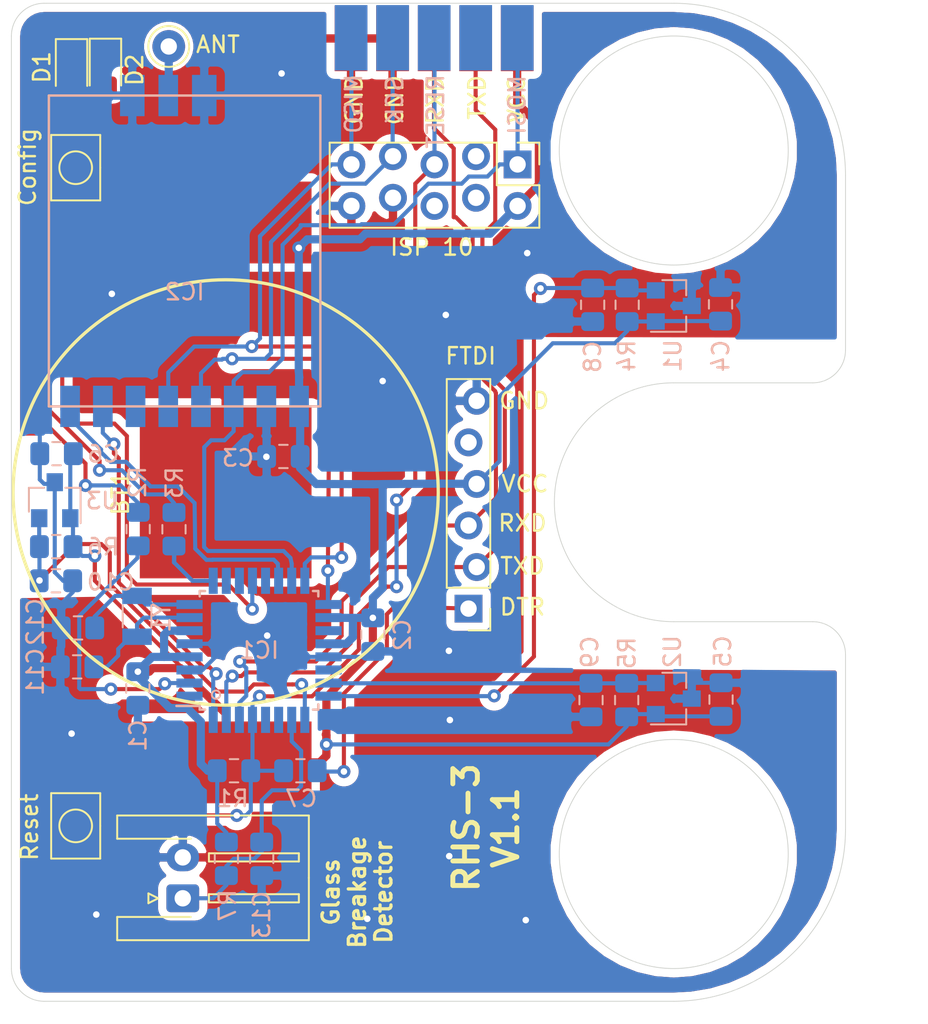
<source format=kicad_pcb>
(kicad_pcb (version 20171130) (host pcbnew "(5.1.5)-3")
  (layers (0 F.Cu signal) (31 B.Cu signal) (34 B.Paste user) (35 F.Paste user) (36 B.SilkS user) (37 F.SilkS user) (38 B.Mask user) (39 F.Mask user) (44 Edge.Cuts user))
  (net 0 "")
  (net 1 VCC)
  (net 2 GND)
  (net 3 "Net-(D1-Pad2)")
  (net 4 "Net-(D2-Pad2)")
  (net 5 /D3)
  (net 6 "Net-(IC1-Pad2)")
  (net 7 /XTAL1)
  (net 8 /XTAL2)
  (net 9 "Net-(IC1-Pad9)")
  (net 10 /D6)
  (net 11 "Net-(IC1-Pad11)")
  (net 12 "Net-(IC1-Pad12)")
  (net 13 "Net-(IC1-Pad13)")
  (net 14 "Net-(IC1-Pad14)")
  (net 15 /MOSI)
  (net 16 /MISO)
  (net 17 /SCK)
  (net 18 "Net-(IC1-Pad19)")
  (net 19 "Net-(IC1-Pad22)")
  (net 20 /A0)
  (net 21 /A1)
  (net 22 /A2)
  (net 23 /A3)
  (net 24 /A4)
  (net 25 /A5)
  (net 26 /RESET)
  (net 27 /RXD)
  (net 28 /TXD)
  (net 29 "Net-(IC1-Pad32)")
  (net 30 "Net-(IC2-Pad6)")
  (net 31 "Net-(IC2-Pad9)")
  (net 32 "Net-(P4-Pad4)")
  (net 33 "Net-(C7-Pad1)")
  (net 34 "Net-(P6-Pad5)")
  (net 35 "Net-(P7-Pad3)")
  (net 36 "Net-(P7-Pad4)")
  (net 37 "Net-(P7-Pad6)")
  (module Connector_JST:JST_XH_S2B-XH-A-1_1x02_P2.50mm_Horizontal (layer F.Cu) (at 69.977 124.206 90)
    (fp_text reference J1 hide)
    (fp_text value "Glass Breakage Detector" hide)
    (pad 2 thru_hole oval (at 2.5 0 90) (size 1.7 2) (drill 1) (layers *.Cu *.Mask) (net 2 GND))
    (pad 1 thru_hole roundrect (at 0 0 90) (size 1.7 2) (drill 1) (layers *.Cu *.Mask) (roundrect_rratio 0.147059) (net 23 /A3))
  )
  (module Resistor_SMD:R_0805_2012Metric_Pad1.15x1.40mm_HandSolder (layer B.Cu) (at 73.11 116.41)
    (fp_text reference R1 (at -0.085 1.7 180) (layer B.SilkS) (effects (justify mirror)))
    (fp_text value 10k)
    (pad 2 smd roundrect (at 1.025 0) (size 1.15 1.4) (layers B.Cu B.Paste B.Mask) (roundrect_rratio 0.217391) (net 26 /RESET))
    (pad 1 smd roundrect (at -1.025 0) (size 1.15 1.4) (layers B.Cu B.Paste B.Mask) (roundrect_rratio 0.217391) (net 1 VCC))
  )
  (module Capacitor_SMD:C_0805_2012Metric_Pad1.15x1.40mm_HandSolder (layer B.Cu) (at 63.52 110.06 180)
    (fp_text reference C11 (at 2.56 -0.303 270) (layer B.SilkS) (effects (justify mirror)))
    (fp_text value 9p)
    (pad 2 smd roundrect (at 1.025 0 180) (size 1.15 1.4) (layers B.Cu B.Paste B.Mask) (roundrect_rratio 0.217391) (net 2 GND))
    (pad 1 smd roundrect (at -1.025 0 180) (size 1.15 1.4) (layers B.Cu B.Paste B.Mask) (roundrect_rratio 0.217391) (net 7 /XTAL1))
  )
  (module libraries:CR2477_Surface_Mount (layer F.Cu) (at 72.6 99.4 270)
    (fp_text reference BT1 (at 0.041 6.433 90) (layer F.SilkS))
    (fp_text value Battery)
    (pad 1 smd rect (at 16.5 0 270) (size 5 10.5) (layers F.Cu F.Paste F.Mask) (net 1 VCC))
    (pad 1 smd rect (at -16.5 0 270) (size 5 10.5) (layers F.Cu F.Paste F.Mask) (net 1 VCC))
    (pad 2 smd rect (at 0 0 270) (size 10.5 10.5) (layers F.Cu F.Paste F.Mask) (net 2 GND))
  )
  (module Resistor_SMD:R_0805_2012Metric_Pad1.15x1.40mm_HandSolder (layer B.Cu) (at 62.24 102.71 180)
    (fp_text reference R6 (at -2.87 -0.02) (layer B.SilkS) (effects (justify mirror)))
    (fp_text value 1M)
    (pad 2 smd roundrect (at 1.025 0 180) (size 1.15 1.4) (layers B.Cu B.Paste B.Mask) (roundrect_rratio 0.217391) (net 22 /A2))
    (pad 1 smd roundrect (at -1.025 0 180) (size 1.15 1.4) (layers B.Cu B.Paste B.Mask) (roundrect_rratio 0.217391) (net 1 VCC))
  )
  (module Capacitor_SMD:C_0805_2012Metric_Pad1.15x1.40mm_HandSolder (layer B.Cu) (at 62.22 104.8)
    (fp_text reference C10 (at 3.36 0.08 180) (layer B.SilkS) (effects (justify mirror)))
    (fp_text value 10p)
    (pad 1 smd roundrect (at -1.025 0) (size 1.15 1.4) (layers B.Cu B.Paste B.Mask) (roundrect_rratio 0.217391) (net 22 /A2))
    (pad 2 smd roundrect (at 1.025 0) (size 1.15 1.4) (layers B.Cu B.Paste B.Mask) (roundrect_rratio 0.217391) (net 2 GND))
  )
  (module Package_QFP:TQFP-32_7x7mm_P0.8mm (layer B.Cu) (at 74.64 109.05)
    (fp_text reference IC1 (at 0 0) (layer B.SilkS) (effects (justify mirror)))
    (fp_text value ATMEGA328P-A)
    (pad 1 smd rect (at -4.25 2.8) (size 1.6 0.55) (layers B.Cu B.Paste B.Mask) (net 5 /D3))
    (pad 2 smd rect (at -4.25 2) (size 1.6 0.55) (layers B.Cu B.Paste B.Mask) (net 6 "Net-(IC1-Pad2)"))
    (pad 3 smd rect (at -4.25 1.2) (size 1.6 0.55) (layers B.Cu B.Paste B.Mask) (net 2 GND))
    (pad 4 smd rect (at -4.25 0.4) (size 1.6 0.55) (layers B.Cu B.Paste B.Mask) (net 1 VCC))
    (pad 5 smd rect (at -4.25 -0.4) (size 1.6 0.55) (layers B.Cu B.Paste B.Mask) (net 2 GND))
    (pad 6 smd rect (at -4.25 -1.2) (size 1.6 0.55) (layers B.Cu B.Paste B.Mask) (net 1 VCC))
    (pad 7 smd rect (at -4.25 -2) (size 1.6 0.55) (layers B.Cu B.Paste B.Mask) (net 7 /XTAL1))
    (pad 8 smd rect (at -4.25 -2.8) (size 1.6 0.55) (layers B.Cu B.Paste B.Mask) (net 8 /XTAL2))
    (pad 9 smd rect (at -2.8 -4.25 270) (size 1.6 0.55) (layers B.Cu B.Paste B.Mask) (net 9 "Net-(IC1-Pad9)"))
    (pad 10 smd rect (at -2 -4.25 270) (size 1.6 0.55) (layers B.Cu B.Paste B.Mask) (net 10 /D6))
    (pad 11 smd rect (at -1.2 -4.25 270) (size 1.6 0.55) (layers B.Cu B.Paste B.Mask) (net 11 "Net-(IC1-Pad11)"))
    (pad 12 smd rect (at -0.4 -4.25 270) (size 1.6 0.55) (layers B.Cu B.Paste B.Mask) (net 12 "Net-(IC1-Pad12)"))
    (pad 13 smd rect (at 0.4 -4.25 270) (size 1.6 0.55) (layers B.Cu B.Paste B.Mask) (net 13 "Net-(IC1-Pad13)"))
    (pad 14 smd rect (at 1.2 -4.25 270) (size 1.6 0.55) (layers B.Cu B.Paste B.Mask) (net 14 "Net-(IC1-Pad14)"))
    (pad 15 smd rect (at 2 -4.25 270) (size 1.6 0.55) (layers B.Cu B.Paste B.Mask) (net 15 /MOSI))
    (pad 16 smd rect (at 2.8 -4.25 270) (size 1.6 0.55) (layers B.Cu B.Paste B.Mask) (net 16 /MISO))
    (pad 17 smd rect (at 4.25 -2.8) (size 1.6 0.55) (layers B.Cu B.Paste B.Mask) (net 17 /SCK))
    (pad 18 smd rect (at 4.25 -2) (size 1.6 0.55) (layers B.Cu B.Paste B.Mask) (net 1 VCC))
    (pad 19 smd rect (at 4.25 -1.2) (size 1.6 0.55) (layers B.Cu B.Paste B.Mask) (net 18 "Net-(IC1-Pad19)"))
    (pad 20 smd rect (at 4.25 -0.4) (size 1.6 0.55) (layers B.Cu B.Paste B.Mask) (net 1 VCC))
    (pad 21 smd rect (at 4.25 0.4) (size 1.6 0.55) (layers B.Cu B.Paste B.Mask) (net 2 GND))
    (pad 22 smd rect (at 4.25 1.2) (size 1.6 0.55) (layers B.Cu B.Paste B.Mask) (net 19 "Net-(IC1-Pad22)"))
    (pad 23 smd rect (at 4.25 2) (size 1.6 0.55) (layers B.Cu B.Paste B.Mask) (net 20 /A0))
    (pad 24 smd rect (at 4.25 2.8) (size 1.6 0.55) (layers B.Cu B.Paste B.Mask) (net 21 /A1))
    (pad 25 smd rect (at 2.8 4.25 270) (size 1.6 0.55) (layers B.Cu B.Paste B.Mask) (net 22 /A2))
    (pad 26 smd rect (at 2 4.25 270) (size 1.6 0.55) (layers B.Cu B.Paste B.Mask) (net 23 /A3))
    (pad 27 smd rect (at 1.2 4.25 270) (size 1.6 0.55) (layers B.Cu B.Paste B.Mask) (net 24 /A4))
    (pad 28 smd rect (at 0.4 4.25 270) (size 1.6 0.55) (layers B.Cu B.Paste B.Mask) (net 25 /A5))
    (pad 29 smd rect (at -0.4 4.25 270) (size 1.6 0.55) (layers B.Cu B.Paste B.Mask) (net 26 /RESET))
    (pad 30 smd rect (at -1.2 4.25 270) (size 1.6 0.55) (layers B.Cu B.Paste B.Mask) (net 27 /RXD))
    (pad 31 smd rect (at -2 4.25 270) (size 1.6 0.55) (layers B.Cu B.Paste B.Mask) (net 28 /TXD))
    (pad 32 smd rect (at -2.8 4.25 270) (size 1.6 0.55) (layers B.Cu B.Paste B.Mask) (net 29 "Net-(IC1-Pad32)"))
  )
  (module libraries:CC1101_Module (layer B.Cu) (at 70.09 84.14 180)
    (fp_text reference IC2 (at 0 -3) (layer B.SilkS) (effects (justify mirror)))
    (fp_text value CC1101)
    (pad 11 smd rect (at 3.2 9 180) (size 1.5 2.524) (layers B.Cu B.Paste B.Mask) (net 2 GND))
    (pad 10 smd rect (at -1.2 9 180) (size 1.5 2.524) (layers B.Cu B.Paste B.Mask) (net 2 GND))
    (pad 9 smd rect (at 1 9 180) (size 1.2 2.524) (layers B.Cu B.Paste B.Mask) (net 31 "Net-(IC2-Pad9)"))
    (pad 8 smd rect (at 7 -10 180) (size 1.2 2.524) (layers B.Cu B.Paste B.Mask) (net 14 "Net-(IC1-Pad14)"))
    (pad 7 smd rect (at 5 -10 180) (size 1.2 2.524) (layers B.Cu B.Paste B.Mask) (net 29 "Net-(IC1-Pad32)"))
    (pad 6 smd rect (at 3 -10 180) (size 1.2 2.524) (layers B.Cu B.Paste B.Mask) (net 30 "Net-(IC2-Pad6)"))
    (pad 5 smd rect (at 1 -10 180) (size 1.2 2.524) (layers B.Cu B.Paste B.Mask) (net 16 /MISO))
    (pad 4 smd rect (at -1 -10 180) (size 1.2 2.524) (layers B.Cu B.Paste B.Mask) (net 17 /SCK))
    (pad 3 smd rect (at -3 -10 180) (size 1.2 2.524) (layers B.Cu B.Paste B.Mask) (net 15 /MOSI))
    (pad 2 smd rect (at -5 -10 180) (size 1.2 2.524) (layers B.Cu B.Paste B.Mask) (net 2 GND))
    (pad 1 smd rect (at -7 -10 180) (size 1.2 2.524) (layers B.Cu B.Paste B.Mask) (net 1 VCC))
  )
  (module Connector_PinHeader_2.54mm:PinHeader_1x06_P2.54mm_Vertical (layer F.Cu) (at 87.45 106.5 180)
    (fp_text reference P6 hide)
    (fp_text value FTDI (at -0.13 15.44 180) (layer F.SilkS))
    (pad 1 thru_hole rect (at 0 0 180) (size 1.7 1.7) (drill 1) (layers *.Cu *.Mask) (net 33 "Net-(C7-Pad1)"))
    (pad 2 thru_hole oval (at -0.5 2.54 180) (size 1.7 1.7) (drill 1) (layers *.Cu *.Mask) (net 28 /TXD))
    (pad 3 thru_hole oval (at 0 5.08 180) (size 1.7 1.7) (drill 1) (layers *.Cu *.Mask) (net 27 /RXD))
    (pad 4 thru_hole oval (at -0.5 7.62 180) (size 1.7 1.7) (drill 1) (layers *.Cu *.Mask) (net 1 VCC))
    (pad 5 thru_hole oval (at 0 10.16 180) (size 1.7 1.7) (drill 1) (layers *.Cu *.Mask) (net 34 "Net-(P6-Pad5)"))
    (pad 6 thru_hole oval (at -0.5 12.7 180) (size 1.7 1.7) (drill 1) (layers *.Cu *.Mask) (net 2 GND))
  )
  (module Connector_PinHeader_2.54mm:PinHeader_2x05_P2.54mm_Vertical (layer F.Cu) (at 90.45 79.35 270)
    (fp_text reference P7 hide)
    (fp_text value "ISP 10" (at 5.06 5.24) (layer F.SilkS))
    (pad 1 thru_hole rect (at 0 0 270) (size 1.7 1.7) (drill 1) (layers *.Cu *.Mask) (net 15 /MOSI))
    (pad 2 thru_hole oval (at 2.54 0 270) (size 1.7 1.7) (drill 1) (layers *.Cu *.Mask) (net 1 VCC))
    (pad 3 thru_hole oval (at -0.5 2.54 270) (size 1.7 1.7) (drill 1) (layers *.Cu *.Mask) (net 35 "Net-(P7-Pad3)"))
    (pad 4 thru_hole oval (at 2.04 2.54 270) (size 1.7 1.7) (drill 1) (layers *.Cu *.Mask) (net 36 "Net-(P7-Pad4)"))
    (pad 5 thru_hole oval (at 0 5.08 270) (size 1.7 1.7) (drill 1) (layers *.Cu *.Mask) (net 26 /RESET))
    (pad 6 thru_hole oval (at 2.54 5.08 270) (size 1.7 1.7) (drill 1) (layers *.Cu *.Mask) (net 37 "Net-(P7-Pad6)"))
    (pad 7 thru_hole oval (at -0.5 7.62 270) (size 1.7 1.7) (drill 1) (layers *.Cu *.Mask) (net 17 /SCK))
    (pad 8 thru_hole oval (at 2.04 7.62 270) (size 1.7 1.7) (drill 1) (layers *.Cu *.Mask) (net 2 GND))
    (pad 9 thru_hole oval (at 0 10.16 270) (size 1.7 1.7) (drill 1) (layers *.Cu *.Mask) (net 16 /MISO))
    (pad 10 thru_hole oval (at 2.54 10.16 270) (size 1.7 1.7) (drill 1) (layers *.Cu *.Mask) (net 2 GND))
  )
  (module Capacitor_SMD:C_0805_2012Metric_Pad1.15x1.40mm_HandSolder (layer B.Cu) (at 67.23 111.38 270)
    (fp_text reference C1 (at 2.88 -0.01 270) (layer B.SilkS) (effects (justify mirror)))
    (fp_text value 100n)
    (pad 2 smd roundrect (at 1.025 0 270) (size 1.15 1.4) (layers B.Cu B.Paste B.Mask) (roundrect_rratio 0.217391) (net 2 GND))
    (pad 1 smd roundrect (at -1.025 0 270) (size 1.15 1.4) (layers B.Cu B.Paste B.Mask) (roundrect_rratio 0.217391) (net 1 VCC))
  )
  (module Capacitor_SMD:C_0805_2012Metric_Pad1.15x1.40mm_HandSolder (layer B.Cu) (at 81.6 108.09 270)
    (fp_text reference C2 (at 0.025 -1.8 270) (layer B.SilkS) (effects (justify mirror)))
    (fp_text value 100n)
    (pad 1 smd roundrect (at -1.025 0 270) (size 1.15 1.4) (layers B.Cu B.Paste B.Mask) (roundrect_rratio 0.217391) (net 1 VCC))
    (pad 2 smd roundrect (at 1.025 0 270) (size 1.15 1.4) (layers B.Cu B.Paste B.Mask) (roundrect_rratio 0.217391) (net 2 GND))
  )
  (module Capacitor_SMD:C_0805_2012Metric_Pad1.15x1.40mm_HandSolder (layer B.Cu) (at 76.13 97.2 180)
    (fp_text reference C3 (at 2.775 -0.1 180) (layer B.SilkS) (effects (justify mirror)))
    (fp_text value 100n)
    (pad 2 smd roundrect (at 1.025 0 180) (size 1.15 1.4) (layers B.Cu B.Paste B.Mask) (roundrect_rratio 0.217391) (net 2 GND))
    (pad 1 smd roundrect (at -1.025 0 180) (size 1.15 1.4) (layers B.Cu B.Paste B.Mask) (roundrect_rratio 0.217391) (net 1 VCC))
  )
  (module LED_SMD:LED_0805_2012Metric_Pad1.15x1.40mm_HandSolder (layer F.Cu) (at 63.175 73.55 270)
    (fp_text reference D1 (at -0.14 1.815 90) (layer F.SilkS))
    (fp_text value "LED Red")
    (pad 1 smd roundrect (at -1.025 0 270) (size 1.15 1.4) (layers F.Cu F.Paste F.Mask) (roundrect_rratio 0.217391) (net 2 GND))
    (pad 2 smd roundrect (at 1.025 0 270) (size 1.15 1.4) (layers F.Cu F.Paste F.Mask) (roundrect_rratio 0.217391) (net 3 "Net-(D1-Pad2)"))
  )
  (module LED_SMD:LED_0805_2012Metric_Pad1.15x1.40mm_HandSolder (layer F.Cu) (at 65.25 73.525 270)
    (fp_text reference D2 (at 0.045 -1.79 90) (layer F.SilkS))
    (fp_text value "LED Green")
    (pad 2 smd roundrect (at 1.025 0 270) (size 1.15 1.4) (layers F.Cu F.Paste F.Mask) (roundrect_rratio 0.217391) (net 4 "Net-(D2-Pad2)"))
    (pad 1 smd roundrect (at -1.025 0 270) (size 1.15 1.4) (layers F.Cu F.Paste F.Mask) (roundrect_rratio 0.217391) (net 2 GND))
  )
  (module libraries:ISP_Side (layer B.Cu) (at 85.35 74.15)
    (fp_text reference P4 hide)
    (fp_text value "ISP Bottom")
    (pad 5 smd trapezoid (at 5.08 -2.54) (size 2 4) (layers B.Cu B.Paste B.Mask) (net 15 /MOSI))
    (pad 4 smd trapezoid (at 2.54 -2.54) (size 2 4) (layers B.Cu B.Paste B.Mask) (net 32 "Net-(P4-Pad4)"))
    (pad 3 smd trapezoid (at 0 -2.54) (size 2 4) (layers B.Cu B.Paste B.Mask) (net 26 /RESET))
    (pad 2 smd trapezoid (at -2.54 -2.54) (size 2 4) (layers B.Cu B.Paste B.Mask) (net 17 /SCK))
    (pad 1 smd trapezoid (at -5.08 -2.54) (size 2 4) (layers B.Cu B.Paste B.Mask) (net 16 /MISO))
  )
  (module libraries:ISP_Side (layer F.Cu) (at 85.345 74.19 180)
    (fp_text reference P5 hide)
    (fp_text value "ISP Top")
    (pad 1 smd trapezoid (at -5.08 2.54 180) (size 2 4) (layers F.Cu F.Paste F.Mask) (net 1 VCC))
    (pad 2 smd trapezoid (at -2.54 2.54 180) (size 2 4) (layers F.Cu F.Paste F.Mask) (net 28 /TXD))
    (pad 3 smd trapezoid (at 0 2.54 180) (size 2 4) (layers F.Cu F.Paste F.Mask) (net 27 /RXD))
    (pad 4 smd trapezoid (at 2.54 2.54 180) (size 2 4) (layers F.Cu F.Paste F.Mask) (net 2 GND))
    (pad 5 smd trapezoid (at 5.08 2.54 180) (size 2 4) (layers F.Cu F.Paste F.Mask) (net 2 GND))
  )
  (module Resistor_SMD:R_0805_2012Metric_Pad1.15x1.40mm_HandSolder (layer B.Cu) (at 67.25 101.64 270)
    (fp_text reference R2 (at -2.86 0.04 270) (layer B.SilkS) (effects (justify mirror)))
    (fp_text value 1k5)
    (pad 1 smd roundrect (at -1.025 0 270) (size 1.15 1.4) (layers B.Cu B.Paste B.Mask) (roundrect_rratio 0.217391) (net 3 "Net-(D1-Pad2)"))
    (pad 2 smd roundrect (at 1.025 0 270) (size 1.15 1.4) (layers B.Cu B.Paste B.Mask) (roundrect_rratio 0.217391) (net 6 "Net-(IC1-Pad2)"))
  )
  (module Resistor_SMD:R_0805_2012Metric_Pad1.15x1.40mm_HandSolder (layer B.Cu) (at 69.44 101.65 270)
    (fp_text reference R3 (at -2.844 -0.029 270) (layer B.SilkS) (effects (justify mirror)))
    (fp_text value 1k5)
    (pad 2 smd roundrect (at 1.025 0 270) (size 1.15 1.4) (layers B.Cu B.Paste B.Mask) (roundrect_rratio 0.217391) (net 9 "Net-(IC1-Pad9)"))
    (pad 1 smd roundrect (at -1.025 0 270) (size 1.15 1.4) (layers B.Cu B.Paste B.Mask) (roundrect_rratio 0.217391) (net 4 "Net-(D2-Pad2)"))
  )
  (module Resistor_SMD:R_0805_2012Metric_Pad1.15x1.40mm_HandSolder (layer B.Cu) (at 97.15 87.93 90)
    (fp_text reference R4 (at -3.12 -0.02 270) (layer B.SilkS) (effects (justify mirror)))
    (fp_text value 1M)
    (pad 2 smd roundrect (at 1.025 0 90) (size 1.15 1.4) (layers B.Cu B.Paste B.Mask) (roundrect_rratio 0.217391) (net 21 /A1))
    (pad 1 smd roundrect (at -1.025 0 90) (size 1.15 1.4) (layers B.Cu B.Paste B.Mask) (roundrect_rratio 0.217391) (net 1 VCC))
  )
  (module Resistor_SMD:R_0805_2012Metric_Pad1.15x1.40mm_HandSolder (layer B.Cu) (at 97.12 112.09 90)
    (fp_text reference R5 (at 2.88 0.02 90) (layer B.SilkS) (effects (justify mirror)))
    (fp_text value 1M)
    (pad 1 smd roundrect (at -1.025 0 90) (size 1.15 1.4) (layers B.Cu B.Paste B.Mask) (roundrect_rratio 0.217391) (net 1 VCC))
    (pad 2 smd roundrect (at 1.025 0 90) (size 1.15 1.4) (layers B.Cu B.Paste B.Mask) (roundrect_rratio 0.217391) (net 20 /A0))
  )
  (module Package_TO_SOT_SMD:SOT-23 (layer B.Cu) (at 100 88)
    (fp_text reference U1 (at -0.05 3.05 90) (layer B.SilkS) (effects (justify mirror)))
    (fp_text value TLE4913)
    (pad 1 smd rect (at -1.1 0.95) (size 1.1 1) (layers B.Cu B.Paste B.Mask) (net 1 VCC))
    (pad 2 smd rect (at -1.1 -0.95) (size 1.1 1) (layers B.Cu B.Paste B.Mask) (net 21 /A1))
    (pad 3 smd rect (at 1.1 0) (size 1.1 1) (layers B.Cu B.Paste B.Mask) (net 2 GND))
  )
  (module Package_TO_SOT_SMD:SOT-23 (layer B.Cu) (at 100 112)
    (fp_text reference U2 (at -0.08 -2.87 90) (layer B.SilkS) (effects (justify mirror)))
    (fp_text value TLE4913)
    (pad 1 smd rect (at -1.1 0.95) (size 1.1 1) (layers B.Cu B.Paste B.Mask) (net 1 VCC))
    (pad 2 smd rect (at -1.1 -0.95) (size 1.1 1) (layers B.Cu B.Paste B.Mask) (net 20 /A0))
    (pad 3 smd rect (at 1.1 0) (size 1.1 1) (layers B.Cu B.Paste B.Mask) (net 2 GND))
  )
  (module Package_TO_SOT_SMD:SOT-23 (layer B.Cu) (at 62.15 99.875 90)
    (fp_text reference U3 (at -0.035 2.9 180) (layer B.SilkS) (effects (justify mirror)))
    (fp_text value TLE4913)
    (pad 3 smd rect (at 1.1 0 90) (size 1.1 1) (layers B.Cu B.Paste B.Mask) (net 2 GND))
    (pad 2 smd rect (at -1.1 -0.95 90) (size 1.1 1) (layers B.Cu B.Paste B.Mask) (net 22 /A2))
    (pad 1 smd rect (at -1.1 0.95 90) (size 1.1 1) (layers B.Cu B.Paste B.Mask) (net 1 VCC))
  )
  (module Capacitor_SMD:C_0805_2012Metric_Pad1.15x1.40mm_HandSolder (layer B.Cu) (at 102.86 87.9 90)
    (fp_text reference C4 (at -3.16 0.02 270) (layer B.SilkS) (effects (justify mirror)))
    (fp_text value 10n)
    (pad 2 smd roundrect (at 1.025 0 90) (size 1.15 1.4) (layers B.Cu B.Paste B.Mask) (roundrect_rratio 0.217391) (net 2 GND))
    (pad 1 smd roundrect (at -1.025 0 90) (size 1.15 1.4) (layers B.Cu B.Paste B.Mask) (roundrect_rratio 0.217391) (net 1 VCC))
  )
  (module Capacitor_SMD:C_0805_2012Metric_Pad1.15x1.40mm_HandSolder (layer B.Cu) (at 102.89 112.06 90)
    (fp_text reference C5 (at 2.94 0.11 270) (layer B.SilkS) (effects (justify mirror)))
    (fp_text value 10n)
    (pad 1 smd roundrect (at -1.025 0 90) (size 1.15 1.4) (layers B.Cu B.Paste B.Mask) (roundrect_rratio 0.217391) (net 1 VCC))
    (pad 2 smd roundrect (at 1.025 0 90) (size 1.15 1.4) (layers B.Cu B.Paste B.Mask) (roundrect_rratio 0.217391) (net 2 GND))
  )
  (module Capacitor_SMD:C_0805_2012Metric_Pad1.15x1.40mm_HandSolder (layer B.Cu) (at 62.26 97.03 180)
    (fp_text reference C6 (at -2.87 -0.02 180) (layer B.SilkS) (effects (justify mirror)))
    (fp_text value 10n)
    (pad 1 smd roundrect (at -1.025 0 180) (size 1.15 1.4) (layers B.Cu B.Paste B.Mask) (roundrect_rratio 0.217391) (net 1 VCC))
    (pad 2 smd roundrect (at 1.025 0 180) (size 1.15 1.4) (layers B.Cu B.Paste B.Mask) (roundrect_rratio 0.217391) (net 2 GND))
  )
  (module Capacitor_SMD:C_0805_2012Metric_Pad1.15x1.40mm_HandSolder (layer B.Cu) (at 77.17 116.41 180)
    (fp_text reference C7 (at -0.046 -1.7) (layer B.SilkS) (effects (justify mirror)))
    (fp_text value 100n)
    (pad 1 smd roundrect (at -1.025 0 180) (size 1.15 1.4) (layers B.Cu B.Paste B.Mask) (roundrect_rratio 0.217391) (net 33 "Net-(C7-Pad1)"))
    (pad 2 smd roundrect (at 1.025 0 180) (size 1.15 1.4) (layers B.Cu B.Paste B.Mask) (roundrect_rratio 0.217391) (net 26 /RESET))
  )
  (module libraries:MicroSwitch_3x4 (layer F.Cu) (at 63.43 119.78 270)
    (fp_text reference SW1 hide)
    (fp_text value Reset (at 0.08 2.82 270) (layer F.SilkS))
    (pad 1 smd rect (at 2.5 0 270) (size 1 2) (layers F.Cu F.Paste F.Mask) (net 26 /RESET))
    (pad 2 smd rect (at -2.5 0 270) (size 1 2) (layers F.Cu F.Paste F.Mask) (net 2 GND))
  )
  (module libraries:MicroSwitch_3x4 (layer F.Cu) (at 63.43 79.55 270)
    (fp_text reference SW2 hide)
    (fp_text value Config (at -0.04 2.95 90) (layer F.SilkS))
    (pad 2 smd rect (at -2.5 0 270) (size 1 2) (layers F.Cu F.Paste F.Mask) (net 2 GND))
    (pad 1 smd rect (at 2.5 0 270) (size 1 2) (layers F.Cu F.Paste F.Mask) (net 12 "Net-(IC1-Pad12)"))
  )
  (module Capacitor_SMD:C_0805_2012Metric_Pad1.15x1.40mm_HandSolder (layer B.Cu) (at 95.04 87.93 270)
    (fp_text reference C8 (at 3.18 0 270) (layer B.SilkS) (effects (justify mirror)))
    (fp_text value 10p)
    (pad 1 smd roundrect (at -1.025 0 270) (size 1.15 1.4) (layers B.Cu B.Paste B.Mask) (roundrect_rratio 0.217391) (net 21 /A1))
    (pad 2 smd roundrect (at 1.025 0 270) (size 1.15 1.4) (layers B.Cu B.Paste B.Mask) (roundrect_rratio 0.217391) (net 2 GND))
  )
  (module Capacitor_SMD:C_0805_2012Metric_Pad1.15x1.40mm_HandSolder (layer B.Cu) (at 94.94 112.09 270)
    (fp_text reference C9 (at -2.94 0.07 270) (layer B.SilkS) (effects (justify mirror)))
    (fp_text value 10p)
    (pad 2 smd roundrect (at 1.025 0 270) (size 1.15 1.4) (layers B.Cu B.Paste B.Mask) (roundrect_rratio 0.217391) (net 2 GND))
    (pad 1 smd roundrect (at -1.025 0 270) (size 1.15 1.4) (layers B.Cu B.Paste B.Mask) (roundrect_rratio 0.217391) (net 20 /A0))
  )
  (module Capacitor_SMD:C_0805_2012Metric_Pad1.15x1.40mm_HandSolder (layer B.Cu) (at 63.57 107.68 180)
    (fp_text reference C12 (at 2.61 0.365 270) (layer B.SilkS) (effects (justify mirror)))
    (fp_text value 9p)
    (pad 1 smd roundrect (at -1.025 0 180) (size 1.15 1.4) (layers B.Cu B.Paste B.Mask) (roundrect_rratio 0.217391) (net 8 /XTAL2))
    (pad 2 smd roundrect (at 1.025 0 180) (size 1.15 1.4) (layers B.Cu B.Paste B.Mask) (roundrect_rratio 0.217391) (net 2 GND))
  )
  (module Crystal:Crystal_SMD_3215-2Pin_3.2x1.5mm (layer B.Cu) (at 67.18 106.97 270)
    (fp_text reference Y1 (at 0.091 -1.527 270) (layer B.SilkS) (effects (justify mirror)))
    (fp_text value Crystal_Small)
    (pad 1 smd rect (at 1.25 0 270) (size 1 1.8) (layers B.Cu B.Paste B.Mask) (net 7 /XTAL1))
    (pad 2 smd rect (at -1.25 0 270) (size 1 1.8) (layers B.Cu B.Paste B.Mask) (net 8 /XTAL2))
  )
  (module Capacitor_SMD:C_0805_2012Metric_Pad1.15x1.40mm_HandSolder (layer B.Cu) (at 74.803 121.793 270)
    (fp_text reference C13 (at 3.429 0 90) (layer B.SilkS) (effects (justify mirror)))
    (fp_text value 10p)
    (pad 1 smd roundrect (at -1.025 0 270) (size 1.15 1.4) (layers B.Cu B.Paste B.Mask) (roundrect_rratio 0.217391) (net 23 /A3))
    (pad 2 smd roundrect (at 1.025 0 270) (size 1.15 1.4) (layers B.Cu B.Paste B.Mask) (roundrect_rratio 0.217391) (net 2 GND))
  )
  (module Resistor_SMD:R_0805_2012Metric_Pad1.15x1.40mm_HandSolder (layer B.Cu) (at 72.644 121.793 270)
    (fp_text reference R7 (at 2.85 -0.07 90) (layer B.SilkS) (effects (justify mirror)))
    (fp_text value 1M)
    (pad 1 smd roundrect (at -1.025 0 270) (size 1.15 1.4) (layers B.Cu B.Paste B.Mask) (roundrect_rratio 0.217391) (net 1 VCC))
    (pad 2 smd roundrect (at 1.025 0 270) (size 1.15 1.4) (layers B.Cu B.Paste B.Mask) (roundrect_rratio 0.217391) (net 23 /A3))
  )
  (module Connector_Pin:Pin_D1.0mm_L10.0mm (layer F.Cu) (at 69.12 72.14)
    (fp_text reference J2 hide)
    (fp_text value ANT (at 3.01 -0.12) (layer F.SilkS))
    (pad 1 thru_hole circle (at 0 0) (size 2 2) (drill 1) (layers *.Cu *.Mask) (net 31 "Net-(IC2-Pad9)"))
  )
  (gr_circle (center 72.009 111.76) (end 72.263 111.76) (layer B.SilkS) (width 0.12))
  (gr_text "Glass\nBreakage\nDetector" (at 80.645 123.825 90) (layer F.SilkS) (effects (font (size 1 1) (thickness 0.2))))
  (gr_text "RHS-3\nV1.1" (at 88.519 119.888 90) (layer F.SilkS) (effects (font (size 1.5 1.5) (thickness 0.3))))
  (gr_text DTR (at 90.75 106.4) (layer F.SilkS) (effects (font (size 1 1))))
  (gr_text RXD (at 90.75 101.275) (layer F.SilkS) (effects (font (size 1 1))))
  (gr_text TXD (at 90.75 103.9) (layer F.SilkS) (effects (font (size 1 1))))
  (gr_text VCC (at 90.9 98.875) (layer F.SilkS) (effects (font (size 1 1))))
  (gr_text GND (at 90.85 93.8) (layer F.SilkS) (effects (font (size 1 1))))
  (gr_text MOSI (at 90.42 75.71 90) (layer B.SilkS) (effects (font (size 1 1)) (justify mirror)))
  (gr_text RESET (at 85.44 76.11 90) (layer B.SilkS) (effects (font (size 1 1)) (justify mirror)))
  (gr_text SCK (at 82.94 75.42 90) (layer B.SilkS) (effects (font (size 1 1)) (justify mirror)))
  (gr_text MISO (at 80.43 75.65 90) (layer B.SilkS) (effects (font (size 1 1)) (justify mirror)))
  (gr_text GND (at 80.46 75.39 90) (layer F.SilkS) (effects (font (size 1 1))))
  (gr_text GND (at 82.94 75.42 90) (layer F.SilkS) (effects (font (size 1 1))))
  (gr_text RXD (at 85.41 75.42 90) (layer F.SilkS) (effects (font (size 1 1))))
  (gr_text TXD (at 87.98 75.25 90) (layer F.SilkS) (effects (font (size 1 1))))
  (gr_text VCC (at 90.39 75.39 90) (layer F.SilkS) (effects (font (size 1 1))))
  (gr_arc (start 61.5 128.5) (end 59.5 128.5) (angle -90) (layer Edge.Cuts) (width 0.05))
  (gr_arc (start 61.5 71.5) (end 61.5 69.5) (angle -90) (layer Edge.Cuts) (width 0.05))
  (gr_arc (start 108.5 109.3) (end 110.5 109.3) (angle -90) (layer Edge.Cuts) (width 0.05))
  (gr_arc (start 100 120) (end 100 130.5) (angle -90) (layer Edge.Cuts) (width 0.05))
  (gr_arc (start 100 80) (end 110.5 80) (angle -90) (layer Edge.Cuts) (width 0.05))
  (gr_arc (start 108.5 90.7) (end 108.5 92.7) (angle -90) (layer Edge.Cuts) (width 0.05))
  (gr_line (start 100 130.5) (end 61.5 130.5) (layer Edge.Cuts) (width 0.05))
  (gr_line (start 110.5 109.3) (end 110.5 120) (layer Edge.Cuts) (width 0.05))
  (gr_line (start 100 107.3) (end 108.5 107.3) (layer Edge.Cuts) (width 0.05))
  (gr_line (start 110.5 90.7) (end 110.5 80) (layer Edge.Cuts) (width 0.05))
  (gr_line (start 100 92.7) (end 108.5 92.7) (layer Edge.Cuts) (width 0.05))
  (gr_line (start 61.5 69.5) (end 100 69.5) (layer Edge.Cuts) (width 0.05))
  (gr_line (start 59.5 128.5) (end 59.5 71.5) (layer Edge.Cuts) (width 0.05))
  (gr_circle (center 100 121.5) (end 107 121.5) (layer Edge.Cuts) (width 0.05))
  (gr_circle (center 100 78.5) (end 107 78.5) (layer Edge.Cuts) (width 0.05))
  (gr_arc (start 100 100) (end 100 92.7) (angle -180) (layer Edge.Cuts) (width 0.05))
  (segment (start 63.265 101.04) (end 63.1 100.875) (width 0.25) (layer B.Cu) (net 1))
  (segment (start 63.265 102.71) (end 63.265 101.04) (width 0.25) (layer B.Cu) (net 1))
  (segment (start 63.1 97.215) (end 63.285 97.03) (width 0.25) (layer B.Cu) (net 1))
  (segment (start 63.1 100.875) (end 63.1 97.215) (width 0.25) (layer B.Cu) (net 1))
  (segment (start 99.025 88.925) (end 99 88.95) (width 0.25) (layer B.Cu) (net 1))
  (segment (start 102.86 88.925) (end 99.025 88.925) (width 0.25) (layer B.Cu) (net 1))
  (segment (start 97.155 88.95) (end 97.15 88.955) (width 0.25) (layer B.Cu) (net 1))
  (segment (start 99 88.95) (end 97.155 88.95) (width 0.25) (layer B.Cu) (net 1))
  (segment (start 99.135 113.085) (end 99 112.95) (width 0.25) (layer B.Cu) (net 1))
  (segment (start 102.89 113.085) (end 99.135 113.085) (width 0.25) (layer B.Cu) (net 1))
  (segment (start 97.285 112.95) (end 97.12 113.115) (width 0.25) (layer B.Cu) (net 1))
  (segment (start 99 112.95) (end 97.285 112.95) (width 0.25) (layer B.Cu) (net 1))
  (segment (start 77.155 97.9) (end 77.155 97.2) (width 0.5) (layer B.Cu) (net 1))
  (segment (start 78.135 98.88) (end 77.155 97.9) (width 0.5) (layer B.Cu) (net 1))
  (segment (start 77.155 94.205) (end 77.09 94.14) (width 0.5) (layer B.Cu) (net 1))
  (segment (start 77.155 97.2) (end 77.155 94.205) (width 0.5) (layer B.Cu) (net 1))
  (segment (start 72.055 116.38) (end 72.085 116.41) (width 0.25) (layer B.Cu) (net 1))
  (segment (start 81.6 98.9) (end 78.135 98.88) (width 0.5) (layer B.Cu) (net 1))
  (segment (start 96.01 114.8) (end 78.76 114.8) (width 0.25) (layer B.Cu) (net 1))
  (segment (start 97.12 113.115) (end 97.12 113.69) (width 0.25) (layer B.Cu) (net 1))
  (via (at 78.76 114.8) (size 0.8) (drill 0.4) (layers F.Cu B.Cu) (net 1))
  (segment (start 97.12 113.69) (end 96.01 114.8) (width 0.25) (layer B.Cu) (net 1))
  (segment (start 80.35 108.24) (end 80.35 107.02) (width 0.25) (layer B.Cu) (net 1))
  (segment (start 79.94 108.65) (end 80.35 108.24) (width 0.25) (layer B.Cu) (net 1))
  (segment (start 78.89 108.65) (end 79.94 108.65) (width 0.25) (layer B.Cu) (net 1))
  (segment (start 78.89 107.05) (end 80.35 107.02) (width 0.25) (layer B.Cu) (net 1))
  (segment (start 80.35 107.02) (end 81.585 107.05) (width 0.25) (layer B.Cu) (net 1))
  (via (at 81.6 107.065) (size 0.8) (drill 0.4) (layers F.Cu B.Cu) (net 1))
  (segment (start 87.95 98.88) (end 85.77 98.86) (width 0.5) (layer B.Cu) (net 1))
  (via (at 67.23 110.355) (size 0.8) (drill 0.4) (layers F.Cu B.Cu) (net 1))
  (segment (start 72.6 113.43) (end 72.6 115.9) (width 0.25) (layer F.Cu) (net 1))
  (via (at 64.6 103.28) (size 0.8) (drill 0.4) (layers F.Cu B.Cu) (net 1))
  (segment (start 63.835 103.28) (end 63.265 102.71) (width 0.25) (layer B.Cu) (net 1))
  (segment (start 64.6 103.28) (end 63.835 103.28) (width 0.25) (layer B.Cu) (net 1))
  (segment (start 64.6 104.14) (end 64.6 103.28) (width 0.25) (layer F.Cu) (net 1))
  (segment (start 71.08 115.69) (end 71.08 115.98) (width 0.25) (layer B.Cu) (net 1))
  (segment (start 96.39999 90.28001) (end 97.15 89.53) (width 0.25) (layer B.Cu) (net 1))
  (segment (start 87.95 98.88) (end 89.35 97.48) (width 0.25) (layer B.Cu) (net 1))
  (segment (start 92.606403 90.280011) (end 96.39999 90.28001) (width 0.25) (layer B.Cu) (net 1))
  (segment (start 89.35 97.48) (end 89.35 93.536413) (width 0.25) (layer B.Cu) (net 1))
  (segment (start 97.15 89.53) (end 97.15 88.955) (width 0.25) (layer B.Cu) (net 1))
  (segment (start 89.35 93.536413) (end 92.606403 90.280011) (width 0.25) (layer B.Cu) (net 1))
  (segment (start 78.76 115.365685) (end 78.76 114.8) (width 0.5) (layer F.Cu) (net 1))
  (segment (start 78.76 115.49) (end 78.76 115.365685) (width 0.5) (layer F.Cu) (net 1))
  (segment (start 78.35 115.9) (end 78.76 115.49) (width 0.5) (layer F.Cu) (net 1))
  (segment (start 72.6 115.9) (end 78.35 115.9) (width 0.5) (layer F.Cu) (net 1))
  (segment (start 78.76 114.234315) (end 78.72 114.194315) (width 0.5) (layer F.Cu) (net 1))
  (segment (start 78.76 114.8) (end 78.76 114.234315) (width 0.5) (layer F.Cu) (net 1))
  (segment (start 78.72 112.15) (end 78.68 111.88) (width 0.25) (layer F.Cu) (net 1))
  (segment (start 81.6 108.96) (end 81.6 107.065) (width 0.5) (layer F.Cu) (net 1))
  (segment (start 79.47 111.16) (end 81.6 108.96) (width 0.5) (layer F.Cu) (net 1))
  (segment (start 78.98 111.71) (end 79.47 111.16) (width 0.5) (layer F.Cu) (net 1))
  (segment (start 78.76 111.93) (end 78.98 111.71) (width 0.5) (layer F.Cu) (net 1))
  (segment (start 78.76 114.8) (end 78.76 111.93) (width 0.5) (layer F.Cu) (net 1))
  (segment (start 82.22 98.89) (end 81.6 98.9) (width 0.5) (layer B.Cu) (net 1))
  (segment (start 85.77 98.86) (end 82.22 98.89) (width 0.5) (layer B.Cu) (net 1))
  (segment (start 82.2 105.24) (end 81.6 105.84) (width 0.5) (layer B.Cu) (net 1))
  (segment (start 82.2 98.91) (end 82.2 105.24) (width 0.5) (layer B.Cu) (net 1))
  (segment (start 81.6 105.84) (end 81.6 107.065) (width 0.5) (layer B.Cu) (net 1))
  (segment (start 82.22 98.89) (end 82.2 98.91) (width 0.5) (layer B.Cu) (net 1))
  (segment (start 81.585 107.05) (end 81.6 107.065) (width 0.5) (layer B.Cu) (net 1))
  (segment (start 80.38 108.245002) (end 80.38 107.07) (width 0.5) (layer B.Cu) (net 1))
  (segment (start 78.89 108.65) (end 79.975002 108.65) (width 0.5) (layer B.Cu) (net 1))
  (segment (start 78.89 107.05) (end 80.38 107.07) (width 0.5) (layer B.Cu) (net 1))
  (segment (start 79.975002 108.65) (end 80.38 108.245002) (width 0.5) (layer B.Cu) (net 1))
  (segment (start 80.38 107.07) (end 81.585 107.05) (width 0.5) (layer B.Cu) (net 1))
  (segment (start 68.835 109.45) (end 68.835 108.325) (width 0.5) (layer B.Cu) (net 1))
  (segment (start 70.39 107.85) (end 69.3 107.86) (width 0.25) (layer B.Cu) (net 1))
  (segment (start 68.835 108.105) (end 68.835 108.325) (width 0.5) (layer B.Cu) (net 1))
  (segment (start 69.09 107.85) (end 68.835 108.105) (width 0.5) (layer B.Cu) (net 1))
  (segment (start 70.39 107.85) (end 69.09 107.85) (width 0.5) (layer B.Cu) (net 1))
  (segment (start 68.835 109.45) (end 70.39 109.45) (width 0.5) (layer B.Cu) (net 1))
  (segment (start 69.149966 112.56) (end 69.24 112.56) (width 0.5) (layer B.Cu) (net 1))
  (segment (start 69.24 112.56) (end 70.248405 112.578405) (width 0.25) (layer B.Cu) (net 1))
  (segment (start 71.08 113.41) (end 70.248405 112.578405) (width 0.5) (layer B.Cu) (net 1))
  (segment (start 71.08 113.91) (end 71.08 113.41) (width 0.5) (layer B.Cu) (net 1))
  (segment (start 71.08 113.91) (end 71.08 115.69) (width 0.25) (layer B.Cu) (net 1))
  (segment (start 70.248405 112.578405) (end 69.188405 112.578405) (width 0.5) (layer B.Cu) (net 1))
  (segment (start 69.188405 112.578405) (end 68.63 112.02) (width 0.5) (layer B.Cu) (net 1))
  (segment (start 68.63 112.02) (end 69.149966 112.56) (width 0.5) (layer B.Cu) (net 1))
  (segment (start 71.51 116.41) (end 72.085 116.41) (width 0.5) (layer B.Cu) (net 1))
  (segment (start 71.08 115.98) (end 71.51 116.41) (width 0.5) (layer B.Cu) (net 1))
  (segment (start 71.08 113.91) (end 71.08 115.98) (width 0.5) (layer B.Cu) (net 1))
  (segment (start 67.23 110.355) (end 67.23 110.33) (width 0.5) (layer B.Cu) (net 1))
  (segment (start 68.11 109.45) (end 68.835 109.45) (width 0.5) (layer B.Cu) (net 1))
  (segment (start 67.23 110.33) (end 68.11 109.45) (width 0.5) (layer B.Cu) (net 1))
  (segment (start 72.6 115.9) (end 72.6 112.9) (width 0.5) (layer F.Cu) (net 1))
  (segment (start 64.6 103.28) (end 64.6 104.79) (width 0.25) (layer F.Cu) (net 1))
  (segment (start 70.59 110.78) (end 70.59 110.97) (width 0.25) (layer F.Cu) (net 1))
  (segment (start 64.6 104.79) (end 70.59 110.78) (width 0.25) (layer F.Cu) (net 1))
  (segment (start 72.6 112.9) (end 70.59 110.97) (width 0.5) (layer F.Cu) (net 1))
  (segment (start 70.59 110.97) (end 69.84 110.14) (width 0.5) (layer F.Cu) (net 1))
  (segment (start 68.145 110.14) (end 69.84 110.14) (width 0.5) (layer F.Cu) (net 1))
  (segment (start 67.93 110.355) (end 68.145 110.14) (width 0.5) (layer F.Cu) (net 1))
  (segment (start 67.23 110.355) (end 67.93 110.355) (width 0.5) (layer F.Cu) (net 1))
  (segment (start 67.23 110.640034) (end 67.23 110.355) (width 0.5) (layer B.Cu) (net 1))
  (segment (start 68.609966 112.02) (end 67.23 110.640034) (width 0.5) (layer B.Cu) (net 1))
  (segment (start 68.63 112.02) (end 68.609966 112.02) (width 0.5) (layer B.Cu) (net 1))
  (segment (start 77.09 92.378) (end 77.09 94.14) (width 0.5) (layer B.Cu) (net 1))
  (segment (start 77.07 91.98) (end 77.1 92.368) (width 0.5) (layer B.Cu) (net 1))
  (segment (start 88.77 83.58) (end 81.15219 83.58) (width 0.5) (layer B.Cu) (net 1))
  (segment (start 90.45 81.89) (end 88.77 83.58) (width 0.5) (layer B.Cu) (net 1))
  (segment (start 81.15219 83.58) (end 80.81219 83.92) (width 0.5) (layer B.Cu) (net 1))
  (segment (start 77.1 92.368) (end 77.09 92.378) (width 0.5) (layer B.Cu) (net 1))
  (segment (start 91.750001 80.589999) (end 91.750001 76.940001) (width 0.5) (layer F.Cu) (net 1))
  (segment (start 90.45 81.89) (end 91.750001 80.589999) (width 0.5) (layer F.Cu) (net 1))
  (segment (start 90.425 75.615) (end 90.425 71.65) (width 0.5) (layer F.Cu) (net 1))
  (segment (start 91.750001 76.940001) (end 90.425 75.615) (width 0.5) (layer F.Cu) (net 1))
  (segment (start 77.07 84.45) (end 77.07 84.45) (width 0.5) (layer B.Cu) (net 1))
  (segment (start 77.07 91.98) (end 77.07 84.45) (width 0.5) (layer B.Cu) (net 1))
  (segment (start 80.81219 83.92) (end 77.59 83.93) (width 0.5) (layer B.Cu) (net 1))
  (segment (start 77.07 84.45) (end 77.59 83.93) (width 0.5) (layer B.Cu) (net 1))
  (via (at 77.07 84.45) (size 0.8) (drill 0.4) (layers F.Cu B.Cu) (net 1))
  (segment (start 72.085 117.11) (end 72.085 116.41) (width 0.25) (layer B.Cu) (net 1))
  (segment (start 72.644 120.193) (end 72.085 119.634) (width 0.25) (layer B.Cu) (net 1))
  (segment (start 72.085 119.634) (end 72.085 117.11) (width 0.25) (layer B.Cu) (net 1))
  (segment (start 72.644 120.768) (end 72.644 120.193) (width 0.25) (layer B.Cu) (net 1))
  (via (at 75.09 97.22) (size 0.8) (drill 0.4) (layers F.Cu B.Cu) (net 2))
  (segment (start 81.265 109.45) (end 81.6 109.115) (width 0.25) (layer B.Cu) (net 2))
  (segment (start 78.89 109.45) (end 81.265 109.45) (width 0.25) (layer B.Cu) (net 2))
  (via (at 63.18 114.14) (size 0.8) (drill 0.4) (layers F.Cu B.Cu) (net 2))
  (segment (start 61.5 98.875) (end 62.15 98.875) (width 0.25) (layer B.Cu) (net 2))
  (segment (start 61.235 98.61) (end 61.5 98.875) (width 0.25) (layer B.Cu) (net 2))
  (segment (start 61.235 97.03) (end 61.235 98.61) (width 0.25) (layer B.Cu) (net 2))
  (segment (start 62.67 104.8) (end 63.245 104.8) (width 0.25) (layer B.Cu) (net 2))
  (segment (start 62.15 104.28) (end 62.67 104.8) (width 0.25) (layer B.Cu) (net 2))
  (segment (start 62.15 98.875) (end 62.15 104.28) (width 0.25) (layer B.Cu) (net 2))
  (segment (start 62.545 106.98) (end 62.545 107.68) (width 0.25) (layer B.Cu) (net 2))
  (segment (start 62.545 106.2) (end 62.545 106.98) (width 0.25) (layer B.Cu) (net 2))
  (segment (start 63.245 105.5) (end 62.545 106.2) (width 0.25) (layer B.Cu) (net 2))
  (segment (start 63.245 104.8) (end 63.245 105.5) (width 0.25) (layer B.Cu) (net 2))
  (segment (start 61.235 97.03) (end 61.235 83.675) (width 0.25) (layer B.Cu) (net 2))
  (segment (start 66.89 78.02) (end 66.89 75.14) (width 0.25) (layer B.Cu) (net 2))
  (segment (start 61.235 83.675) (end 66.89 78.02) (width 0.25) (layer B.Cu) (net 2))
  (segment (start 76.36 109.45) (end 78.89 109.45) (width 0.25) (layer B.Cu) (net 2))
  (via (at 75.14 108.15) (size 0.8) (drill 0.4) (layers F.Cu B.Cu) (net 2))
  (segment (start 75.14 108.15) (end 76.36 109.45) (width 0.25) (layer B.Cu) (net 2))
  (via (at 86.31 113.31) (size 0.8) (drill 0.4) (layers F.Cu B.Cu) (net 2))
  (via (at 91.04 84.77) (size 0.8) (drill 0.4) (layers F.Cu B.Cu) (net 2))
  (segment (start 101 112) (end 101 111.35) (width 0.25) (layer B.Cu) (net 2))
  (segment (start 101.315 111.035) (end 102.89 111.035) (width 0.25) (layer B.Cu) (net 2))
  (segment (start 101 111.35) (end 101.315 111.035) (width 0.25) (layer B.Cu) (net 2))
  (via (at 86.27 121.63) (size 0.8) (drill 0.4) (layers F.Cu B.Cu) (net 2))
  (via (at 86.25 109.08) (size 0.8) (drill 0.4) (layers F.Cu B.Cu) (net 2))
  (segment (start 72.6 99.4) (end 72.6 103.52) (width 0.5) (layer F.Cu) (net 2))
  (segment (start 72.6 103.52) (end 74.54 105.46) (width 0.5) (layer F.Cu) (net 2))
  (segment (start 74.54 105.46) (end 75.19 105.46) (width 0.5) (layer F.Cu) (net 2))
  (segment (start 75.19 105.46) (end 75.92 106.19) (width 0.5) (layer F.Cu) (net 2))
  (segment (start 75.92 107.37) (end 75.14 108.15) (width 0.5) (layer F.Cu) (net 2))
  (segment (start 75.92 106.19) (end 75.92 107.37) (width 0.5) (layer F.Cu) (net 2))
  (segment (start 73.07 108.15) (end 75.14 108.15) (width 0.25) (layer B.Cu) (net 2))
  (segment (start 71.44 108.65) (end 72.52 108.65) (width 0.25) (layer B.Cu) (net 2))
  (segment (start 70.39 108.65) (end 71.44 108.65) (width 0.25) (layer B.Cu) (net 2))
  (segment (start 72.52 108.65) (end 73.07 108.15) (width 0.25) (layer B.Cu) (net 2))
  (segment (start 71.181869 110.25) (end 72.52 108.911869) (width 0.25) (layer B.Cu) (net 2))
  (segment (start 72.52 108.911869) (end 72.52 108.65) (width 0.25) (layer B.Cu) (net 2))
  (segment (start 70.39 110.25) (end 71.181869 110.25) (width 0.25) (layer B.Cu) (net 2))
  (via (at 76.02 73.79) (size 0.8) (drill 0.4) (layers F.Cu B.Cu) (net 2))
  (via (at 65.64 87.26) (size 0.8) (drill 0.4) (layers F.Cu B.Cu) (net 2))
  (via (at 82.2 92.59) (size 0.8) (drill 0.4) (layers F.Cu B.Cu) (net 2))
  (via (at 86.06 88.55) (size 0.8) (drill 0.4) (layers F.Cu B.Cu) (net 2))
  (via (at 64.69 125.2) (size 0.8) (drill 0.4) (layers F.Cu B.Cu) (net 2))
  (via (at 81.26 125.46) (size 0.8) (drill 0.4) (layers F.Cu B.Cu) (net 2))
  (via (at 90.95 125.54) (size 0.8) (drill 0.4) (layers F.Cu B.Cu) (net 2))
  (via (at 64.03 98.97) (size 0.8) (drill 0.4) (layers F.Cu B.Cu) (net 3))
  (segment (start 64.435 98.97) (end 64.03 98.97) (width 0.25) (layer B.Cu) (net 3))
  (segment (start 67.25 100.04) (end 67.25 100.615) (width 0.25) (layer B.Cu) (net 3))
  (segment (start 66.18 98.97) (end 67.25 100.04) (width 0.25) (layer B.Cu) (net 3))
  (segment (start 64.03 98.97) (end 66.18 98.97) (width 0.25) (layer B.Cu) (net 3))
  (segment (start 64.03 97.63) (end 64.03 98.97) (width 0.25) (layer F.Cu) (net 3))
  (segment (start 61.215 94.815) (end 64.03 97.63) (width 0.25) (layer F.Cu) (net 3))
  (segment (start 63.175 74.575) (end 62.475 74.575) (width 0.25) (layer F.Cu) (net 3))
  (segment (start 61.215 75.835) (end 61.215 94.815) (width 0.25) (layer F.Cu) (net 3))
  (segment (start 62.475 74.575) (end 61.215 75.835) (width 0.25) (layer F.Cu) (net 3))
  (via (at 64.89 98.04) (size 0.8) (drill 0.4) (layers F.Cu B.Cu) (net 4))
  (segment (start 69.46 101.065) (end 69.46 100.49) (width 0.25) (layer B.Cu) (net 4))
  (segment (start 69.44 100.625) (end 69.44 100.05) (width 0.25) (layer B.Cu) (net 4))
  (segment (start 61.79 76.62) (end 61.79 94.36) (width 0.25) (layer F.Cu) (net 4))
  (segment (start 64.89 97.46) (end 64.89 98.04) (width 0.25) (layer F.Cu) (net 4))
  (segment (start 61.79 94.36) (end 64.89 97.46) (width 0.25) (layer F.Cu) (net 4))
  (segment (start 62.217499 76.192501) (end 61.79 76.62) (width 0.25) (layer F.Cu) (net 4))
  (segment (start 65.25 75.125) (end 64.415 75.96) (width 0.25) (layer F.Cu) (net 4))
  (segment (start 65.25 74.55) (end 65.25 75.125) (width 0.25) (layer F.Cu) (net 4))
  (segment (start 62.434998 75.96) (end 62.217499 76.177499) (width 0.25) (layer F.Cu) (net 4))
  (segment (start 64.415 75.96) (end 62.434998 75.96) (width 0.25) (layer F.Cu) (net 4))
  (segment (start 62.217499 76.177499) (end 62.217499 76.192501) (width 0.25) (layer F.Cu) (net 4))
  (segment (start 65.864024 98.045976) (end 66.255976 98.045976) (width 0.25) (layer B.Cu) (net 4))
  (segment (start 65.864024 98.045976) (end 64.89 98.04) (width 0.25) (layer B.Cu) (net 4))
  (segment (start 67.73 99.52) (end 68.99 99.52) (width 0.25) (layer B.Cu) (net 4))
  (segment (start 66.255976 98.045976) (end 67.73 99.52) (width 0.25) (layer B.Cu) (net 4))
  (segment (start 69.44 100.05) (end 68.99 99.52) (width 0.25) (layer B.Cu) (net 4))
  (via (at 65.58 111.42) (size 0.8) (drill 0.4) (layers F.Cu B.Cu) (net 6))
  (segment (start 63.71 111.42) (end 63.64499 111.35499) (width 0.25) (layer B.Cu) (net 6))
  (segment (start 65.58 111.42) (end 63.71 111.42) (width 0.25) (layer B.Cu) (net 6))
  (segment (start 63.64499 111.35499) (end 63.64499 106.958012) (width 0.25) (layer B.Cu) (net 6))
  (segment (start 63.64499 106.958012) (end 64.418001 106.185001) (width 0.25) (layer B.Cu) (net 6))
  (segment (start 64.424999 106.185001) (end 67.2 103.41) (width 0.25) (layer B.Cu) (net 6))
  (segment (start 64.418001 106.185001) (end 64.424999 106.185001) (width 0.25) (layer B.Cu) (net 6))
  (segment (start 67.2 103.41) (end 67.25 102.665) (width 0.25) (layer B.Cu) (net 6))
  (segment (start 68.550991 111.42) (end 68.881527 111.089464) (width 0.25) (layer F.Cu) (net 6))
  (segment (start 68.920991 111.05) (end 68.881527 111.089464) (width 0.25) (layer B.Cu) (net 6))
  (segment (start 70.39 111.05) (end 68.920991 111.05) (width 0.25) (layer B.Cu) (net 6))
  (segment (start 65.58 111.42) (end 68.550991 111.42) (width 0.25) (layer F.Cu) (net 6))
  (via (at 68.881527 111.089464) (size 0.8) (drill 0.4) (layers F.Cu B.Cu) (net 6))
  (segment (start 69.34 107.05) (end 70.39 107.05) (width 0.25) (layer B.Cu) (net 7))
  (segment (start 67.6 107.05) (end 69.34 107.05) (width 0.25) (layer B.Cu) (net 7))
  (segment (start 67.18 107.47) (end 67.6 107.05) (width 0.25) (layer B.Cu) (net 7))
  (segment (start 67.18 108.22) (end 67.18 107.47) (width 0.25) (layer B.Cu) (net 7))
  (segment (start 66.03 108.97) (end 66.78 108.22) (width 0.25) (layer B.Cu) (net 7))
  (segment (start 66.03 109.37) (end 66.03 108.97) (width 0.25) (layer B.Cu) (net 7))
  (segment (start 66.78 108.22) (end 67.18 108.22) (width 0.25) (layer B.Cu) (net 7))
  (segment (start 65.34 110.06) (end 66.03 109.37) (width 0.25) (layer B.Cu) (net 7))
  (segment (start 64.545 110.06) (end 65.34 110.06) (width 0.25) (layer B.Cu) (net 7))
  (segment (start 67.71 106.25) (end 67.18 105.72) (width 0.25) (layer B.Cu) (net 8))
  (segment (start 70.39 106.25) (end 67.71 106.25) (width 0.25) (layer B.Cu) (net 8))
  (segment (start 66.03 105.72) (end 67.18 105.72) (width 0.25) (layer B.Cu) (net 8))
  (segment (start 64.595 106.98) (end 65.855 105.72) (width 0.25) (layer B.Cu) (net 8))
  (segment (start 65.855 105.72) (end 66.03 105.72) (width 0.25) (layer B.Cu) (net 8))
  (segment (start 64.595 107.68) (end 64.595 106.98) (width 0.25) (layer B.Cu) (net 8))
  (segment (start 71.315 104.8) (end 71.84 104.8) (width 0.25) (layer B.Cu) (net 9))
  (segment (start 69.46 103.69) (end 70.57 104.8) (width 0.25) (layer B.Cu) (net 9))
  (segment (start 70.57 104.8) (end 71.315 104.8) (width 0.25) (layer B.Cu) (net 9))
  (segment (start 69.46 103.115) (end 69.46 103.69) (width 0.25) (layer B.Cu) (net 9))
  (segment (start 69.44 103.67) (end 69.44 102.675) (width 0.25) (layer B.Cu) (net 9))
  (segment (start 69.46 103.69) (end 69.44 103.67) (width 0.25) (layer B.Cu) (net 9))
  (via (at 74.23 106.53) (size 0.8) (drill 0.4) (layers F.Cu B.Cu) (net 12))
  (segment (start 74.23 104.81) (end 74.24 104.8) (width 0.25) (layer B.Cu) (net 12))
  (segment (start 74.23 106.53) (end 74.23 104.81) (width 0.25) (layer B.Cu) (net 12))
  (segment (start 73.830001 106.130001) (end 74.23 106.53) (width 0.25) (layer F.Cu) (net 12))
  (segment (start 72.771 105.029) (end 73.830001 106.130001) (width 0.25) (layer F.Cu) (net 12))
  (segment (start 67.143998 105.029) (end 72.771 105.029) (width 0.25) (layer F.Cu) (net 12))
  (segment (start 66.56 95.95) (end 66.56 104.445002) (width 0.25) (layer F.Cu) (net 12))
  (segment (start 65.8 95.19) (end 66.56 95.95) (width 0.25) (layer F.Cu) (net 12))
  (segment (start 63.47 95.19) (end 65.8 95.19) (width 0.25) (layer F.Cu) (net 12))
  (segment (start 62.61 94.33) (end 63.47 95.19) (width 0.25) (layer F.Cu) (net 12))
  (segment (start 62.61 83.62) (end 62.61 94.33) (width 0.25) (layer F.Cu) (net 12))
  (segment (start 66.56 104.445002) (end 67.143998 105.029) (width 0.25) (layer F.Cu) (net 12))
  (segment (start 63.43 82.8) (end 62.61 83.62) (width 0.25) (layer F.Cu) (net 12))
  (segment (start 63.43 82.05) (end 63.43 82.8) (width 0.25) (layer F.Cu) (net 12))
  (segment (start 75.54 103.51) (end 75.79 103.76) (width 0.25) (layer B.Cu) (net 14))
  (segment (start 71.796401 103.520009) (end 71.80641 103.51) (width 0.25) (layer B.Cu) (net 14))
  (segment (start 75.79 103.76) (end 75.84 104.8) (width 0.25) (layer B.Cu) (net 14))
  (segment (start 65.57 97.53) (end 66.51 97.53) (width 0.25) (layer B.Cu) (net 14))
  (segment (start 64.98 96.94) (end 65.57 97.53) (width 0.25) (layer B.Cu) (net 14))
  (segment (start 70.74 102.83641) (end 71.423599 103.520009) (width 0.25) (layer B.Cu) (net 14))
  (segment (start 70.7 100.05) (end 70.74 102.83641) (width 0.25) (layer B.Cu) (net 14))
  (segment (start 71.80641 103.51) (end 75.54 103.51) (width 0.25) (layer B.Cu) (net 14))
  (segment (start 63.09 94.88) (end 64.98 96.77) (width 0.25) (layer B.Cu) (net 14))
  (segment (start 63.09 94.14) (end 63.09 94.88) (width 0.25) (layer B.Cu) (net 14))
  (segment (start 66.51 97.53) (end 68.01 99.03) (width 0.25) (layer B.Cu) (net 14))
  (segment (start 68.01 99.03) (end 69.68 99.03) (width 0.25) (layer B.Cu) (net 14))
  (segment (start 64.98 96.77) (end 64.98 96.94) (width 0.25) (layer B.Cu) (net 14))
  (segment (start 69.68 99.03) (end 70.7 100.05) (width 0.25) (layer B.Cu) (net 14))
  (segment (start 71.423599 103.520009) (end 71.796401 103.520009) (width 0.25) (layer B.Cu) (net 14))
  (segment (start 90.43 71.61) (end 90.43 73.29) (width 0.25) (layer B.Cu) (net 15))
  (segment (start 90.45 73.31) (end 90.45 79.35) (width 0.25) (layer B.Cu) (net 15))
  (segment (start 90.43 73.29) (end 90.45 73.31) (width 0.25) (layer B.Cu) (net 15))
  (segment (start 76.64 103.75) (end 76.64 104.8) (width 0.25) (layer B.Cu) (net 15))
  (segment (start 76.56 103.4) (end 76.64 103.75) (width 0.25) (layer B.Cu) (net 15))
  (segment (start 76.14 102.98) (end 76.56 103.4) (width 0.25) (layer B.Cu) (net 15))
  (segment (start 71.28 102.74) (end 71.52 102.98) (width 0.25) (layer B.Cu) (net 15))
  (segment (start 71.52 102.98) (end 76.14 102.98) (width 0.25) (layer B.Cu) (net 15))
  (segment (start 89.35 79.35) (end 88.61 80.09) (width 0.25) (layer B.Cu) (net 15))
  (segment (start 87.035997 80.525001) (end 84.995997 80.525001) (width 0.25) (layer B.Cu) (net 15))
  (segment (start 87.470998 80.09) (end 87.035997 80.525001) (width 0.25) (layer B.Cu) (net 15))
  (segment (start 90.45 79.35) (end 89.35 79.35) (width 0.25) (layer B.Cu) (net 15))
  (segment (start 80.914012 83.00499) (end 80.854001 83.065001) (width 0.25) (layer B.Cu) (net 15))
  (segment (start 82.901823 83.004989) (end 80.914012 83.00499) (width 0.25) (layer B.Cu) (net 15))
  (segment (start 88.61 80.09) (end 87.470998 80.09) (width 0.25) (layer B.Cu) (net 15))
  (segment (start 73.09 92.628) (end 73.09 94.14) (width 0.25) (layer B.Cu) (net 15))
  (segment (start 84.194999 81.711813) (end 82.901823 83.004989) (width 0.25) (layer B.Cu) (net 15))
  (segment (start 84.995997 80.525001) (end 84.194999 81.325999) (width 0.25) (layer B.Cu) (net 15))
  (segment (start 84.194999 81.325999) (end 84.194999 81.711813) (width 0.25) (layer B.Cu) (net 15))
  (segment (start 77.185001 83.065001) (end 77.185001 83.164999) (width 0.25) (layer B.Cu) (net 15))
  (segment (start 80.854001 83.065001) (end 77.185001 83.065001) (width 0.25) (layer B.Cu) (net 15))
  (segment (start 77.185001 83.164999) (end 76.08 84.27) (width 0.25) (layer B.Cu) (net 15))
  (segment (start 76.08 84.27) (end 76.08 91.22) (width 0.25) (layer B.Cu) (net 15))
  (segment (start 76.08 91.22) (end 75.25 92.05) (width 0.25) (layer B.Cu) (net 15))
  (segment (start 73.62 92.05) (end 73.11 92.56) (width 0.25) (layer B.Cu) (net 15))
  (segment (start 75.25 92.05) (end 73.62 92.05) (width 0.25) (layer B.Cu) (net 15))
  (segment (start 73.11 92.56) (end 73.09 92.628) (width 0.25) (layer B.Cu) (net 15))
  (segment (start 73.09 95.652) (end 72.532 96.21) (width 0.25) (layer B.Cu) (net 15))
  (segment (start 73.09 94.14) (end 73.09 95.652) (width 0.25) (layer B.Cu) (net 15))
  (segment (start 72.532 96.21) (end 71.71 96.21) (width 0.25) (layer B.Cu) (net 15))
  (segment (start 71.29 96.63) (end 71.29 99.8) (width 0.25) (layer B.Cu) (net 15))
  (segment (start 71.71 96.21) (end 71.29 96.63) (width 0.25) (layer B.Cu) (net 15))
  (segment (start 71.29 99.8) (end 71.28 102.74) (width 0.25) (layer B.Cu) (net 15))
  (segment (start 79.087919 79.35) (end 80.29 79.35) (width 0.25) (layer B.Cu) (net 16))
  (segment (start 80.29 71.63) (end 80.27 71.61) (width 0.25) (layer B.Cu) (net 16))
  (segment (start 80.29 79.35) (end 80.29 71.63) (width 0.25) (layer B.Cu) (net 16))
  (segment (start 79.69 103.37) (end 77.82 103.37) (width 0.25) (layer B.Cu) (net 16))
  (segment (start 77.82 103.37) (end 77.44 103.75) (width 0.25) (layer B.Cu) (net 16))
  (via (at 79.69 103.37) (size 0.8) (drill 0.4) (layers F.Cu B.Cu) (net 16))
  (segment (start 77.44 103.75) (end 77.44 104.8) (width 0.25) (layer B.Cu) (net 16))
  (segment (start 79.69 92.16) (end 79.21 91.68) (width 0.25) (layer F.Cu) (net 16))
  (segment (start 79.69 103.37) (end 79.69 92.16) (width 0.25) (layer F.Cu) (net 16))
  (segment (start 79.21 91.68) (end 78.14 90.48) (width 0.25) (layer F.Cu) (net 16))
  (segment (start 79.087919 79.35) (end 74.7 83.737919) (width 0.25) (layer B.Cu) (net 16))
  (segment (start 74.7 83.737919) (end 74.7 89.98) (width 0.25) (layer B.Cu) (net 16))
  (via (at 74.2 90.48) (size 0.8) (drill 0.4) (layers F.Cu B.Cu) (net 16))
  (segment (start 74.7 89.98) (end 74.2 90.48) (width 0.25) (layer B.Cu) (net 16))
  (segment (start 78.14 90.48) (end 74.2 90.48) (width 0.25) (layer F.Cu) (net 16))
  (segment (start 74.2 90.48) (end 70.68 90.48) (width 0.25) (layer B.Cu) (net 16))
  (segment (start 69.09 92.07) (end 69.09 94.14) (width 0.25) (layer B.Cu) (net 16))
  (segment (start 70.68 90.48) (end 69.09 92.07) (width 0.25) (layer B.Cu) (net 16))
  (segment (start 82.81 78.83) (end 82.83 78.85) (width 0.25) (layer B.Cu) (net 17))
  (segment (start 82.81 71.61) (end 82.81 78.83) (width 0.25) (layer B.Cu) (net 17))
  (via (at 78.85 104.18) (size 0.8) (drill 0.4) (layers F.Cu B.Cu) (net 17))
  (segment (start 78.85 106.21) (end 78.89 106.25) (width 0.25) (layer B.Cu) (net 17))
  (segment (start 78.85 104.18) (end 78.85 106.21) (width 0.25) (layer B.Cu) (net 17))
  (segment (start 75.02 91.23) (end 72.99 91.23) (width 0.25) (layer B.Cu) (net 17))
  (segment (start 81.154999 80.525001) (end 78.944999 80.525001) (width 0.25) (layer B.Cu) (net 17))
  (segment (start 82.83 78.85) (end 81.154999 80.525001) (width 0.25) (layer B.Cu) (net 17))
  (segment (start 75.37 84.1) (end 75.37 90.88) (width 0.25) (layer B.Cu) (net 17))
  (segment (start 78.944999 80.525001) (end 75.37 84.1) (width 0.25) (layer B.Cu) (net 17))
  (segment (start 75.37 90.88) (end 75.02 91.23) (width 0.25) (layer B.Cu) (net 17))
  (via (at 72.99 91.23) (size 0.8) (drill 0.4) (layers F.Cu B.Cu) (net 17))
  (segment (start 72.424315 91.23) (end 72.374315 91.28) (width 0.25) (layer B.Cu) (net 17))
  (segment (start 72.99 91.23) (end 72.424315 91.23) (width 0.25) (layer B.Cu) (net 17))
  (segment (start 72.374315 91.28) (end 71.93 91.28) (width 0.25) (layer B.Cu) (net 17))
  (segment (start 71.09 92.12) (end 71.09 94.14) (width 0.25) (layer B.Cu) (net 17))
  (segment (start 71.93 91.28) (end 71.09 92.12) (width 0.25) (layer B.Cu) (net 17))
  (segment (start 78.95 92.15) (end 78.85 104.18) (width 0.25) (layer F.Cu) (net 17))
  (segment (start 72.99 91.23) (end 78.03 91.23) (width 0.25) (layer F.Cu) (net 17))
  (segment (start 78.03 91.23) (end 78.95 92.15) (width 0.25) (layer F.Cu) (net 17))
  (segment (start 97.135 111.05) (end 97.12 111.065) (width 0.25) (layer B.Cu) (net 20))
  (segment (start 99 111.05) (end 97.135 111.05) (width 0.25) (layer B.Cu) (net 20))
  (segment (start 94.94 111.065) (end 97.12 111.065) (width 0.25) (layer B.Cu) (net 20))
  (segment (start 78.905 111.065) (end 78.89 111.05) (width 0.25) (layer B.Cu) (net 20))
  (segment (start 94.94 111.065) (end 78.905 111.065) (width 0.25) (layer B.Cu) (net 20))
  (segment (start 97.295 87.05) (end 97.15 86.905) (width 0.25) (layer B.Cu) (net 21))
  (segment (start 99 87.05) (end 97.295 87.05) (width 0.25) (layer B.Cu) (net 21))
  (segment (start 95.04 86.905) (end 97.15 86.905) (width 0.25) (layer B.Cu) (net 21))
  (via (at 89.02 111.83) (size 0.8) (drill 0.4) (layers F.Cu B.Cu) (net 21))
  (segment (start 78.89 111.85) (end 89 111.85) (width 0.25) (layer B.Cu) (net 21))
  (segment (start 89 111.85) (end 89.02 111.83) (width 0.25) (layer B.Cu) (net 21))
  (segment (start 91.85 86.93) (end 91.80384 86.905) (width 0.25) (layer B.Cu) (net 21))
  (via (at 91.85 86.93) (size 0.8) (drill 0.4) (layers F.Cu B.Cu) (net 21))
  (segment (start 91.80384 86.905) (end 95.04 86.905) (width 0.25) (layer B.Cu) (net 21))
  (segment (start 91.450001 109.429999) (end 89.49 111.39) (width 0.25) (layer F.Cu) (net 21))
  (segment (start 91.450001 87.329999) (end 91.450001 109.429999) (width 0.25) (layer F.Cu) (net 21))
  (segment (start 91.85 86.93) (end 91.450001 87.329999) (width 0.25) (layer F.Cu) (net 21))
  (segment (start 89.49 111.39) (end 89.02 111.83) (width 0.25) (layer F.Cu) (net 21))
  (segment (start 61.2 102.695) (end 61.215 102.71) (width 0.25) (layer B.Cu) (net 22))
  (segment (start 61.2 100.875) (end 61.2 102.695) (width 0.25) (layer B.Cu) (net 22))
  (segment (start 61.215 102.71) (end 61.215 104.78) (width 0.25) (layer B.Cu) (net 22))
  (via (at 61.215 104.78) (size 0.8) (drill 0.4) (layers F.Cu B.Cu) (net 22))
  (segment (start 61.195 104.8) (end 61.215 104.78) (width 0.25) (layer B.Cu) (net 22))
  (via (at 77.245563 111.13499) (size 0.8) (drill 0.4) (layers F.Cu B.Cu) (net 22))
  (segment (start 77.44 111.329427) (end 77.245563 111.13499) (width 0.25) (layer B.Cu) (net 22))
  (segment (start 77.44 113.3) (end 77.44 111.329427) (width 0.25) (layer B.Cu) (net 22))
  (segment (start 65.515002 103.071998) (end 65.515002 105.001814) (width 0.25) (layer F.Cu) (net 22))
  (segment (start 76.679878 111.13499) (end 77.245563 111.13499) (width 0.25) (layer F.Cu) (net 22))
  (segment (start 61.215 104.78) (end 63.440002 102.554998) (width 0.25) (layer F.Cu) (net 22))
  (segment (start 74.322008 111.13499) (end 76.679878 111.13499) (width 0.25) (layer F.Cu) (net 22))
  (segment (start 65.515002 105.001814) (end 72.083188 111.57) (width 0.25) (layer F.Cu) (net 22))
  (segment (start 63.440002 102.554998) (end 64.998002 102.554998) (width 0.25) (layer F.Cu) (net 22))
  (segment (start 72.083188 111.57) (end 73.886998 111.57) (width 0.25) (layer F.Cu) (net 22))
  (segment (start 64.998002 102.554998) (end 65.515002 103.071998) (width 0.25) (layer F.Cu) (net 22))
  (segment (start 73.886998 111.57) (end 74.322008 111.13499) (width 0.25) (layer F.Cu) (net 22))
  (segment (start 72.644 122.243) (end 73.094 121.793) (width 0.25) (layer B.Cu) (net 23))
  (segment (start 72.644 122.818) (end 72.644 122.243) (width 0.25) (layer B.Cu) (net 23))
  (segment (start 74.353 121.793) (end 74.803 121.343) (width 0.25) (layer B.Cu) (net 23))
  (segment (start 74.803 121.343) (end 74.803 120.768) (width 0.25) (layer B.Cu) (net 23))
  (segment (start 73.094 121.793) (end 74.353 121.793) (width 0.25) (layer B.Cu) (net 23))
  (segment (start 72.644 123.393) (end 72.644 122.818) (width 0.25) (layer B.Cu) (net 23))
  (segment (start 71.831 124.206) (end 72.644 123.393) (width 0.25) (layer B.Cu) (net 23))
  (segment (start 69.977 124.206) (end 71.831 124.206) (width 0.25) (layer B.Cu) (net 23))
  (segment (start 76.64 114.613) (end 76.64 113.3) (width 0.25) (layer B.Cu) (net 23))
  (segment (start 77.216 115.189) (end 76.64 114.613) (width 0.25) (layer B.Cu) (net 23))
  (segment (start 74.803 120.768) (end 74.803 118.237) (width 0.25) (layer B.Cu) (net 23))
  (segment (start 74.803 118.237) (end 75.438 117.602) (width 0.25) (layer B.Cu) (net 23))
  (segment (start 75.438 117.602) (end 76.962 117.602) (width 0.25) (layer B.Cu) (net 23))
  (segment (start 76.962 117.602) (end 77.216 117.348) (width 0.25) (layer B.Cu) (net 23))
  (segment (start 77.216 117.348) (end 77.216 115.189) (width 0.25) (layer B.Cu) (net 23))
  (segment (start 74.24 116.305) (end 74.135 116.41) (width 0.25) (layer B.Cu) (net 26))
  (segment (start 74.24 113.3) (end 74.24 116.305) (width 0.25) (layer B.Cu) (net 26))
  (segment (start 74.135 116.41) (end 76.145 116.41) (width 0.25) (layer B.Cu) (net 26))
  (segment (start 74.24 112.29) (end 74.67 111.86) (width 0.25) (layer B.Cu) (net 26))
  (segment (start 74.24 113.3) (end 74.24 112.29) (width 0.25) (layer B.Cu) (net 26))
  (via (at 74.67 111.86) (size 0.8) (drill 0.4) (layers F.Cu B.Cu) (net 26))
  (segment (start 85.37 71.63) (end 85.35 71.61) (width 0.25) (layer B.Cu) (net 26))
  (segment (start 85.37 79.35) (end 85.37 71.63) (width 0.25) (layer B.Cu) (net 26))
  (segment (start 80.74499 109.001822) (end 80.74499 106.866831) (width 0.25) (layer F.Cu) (net 26))
  (segment (start 82.454325 105.157496) (end 82.484325 105.157496) (width 0.25) (layer F.Cu) (net 26))
  (segment (start 82.484325 105.157496) (end 83.05001 105.157496) (width 0.25) (layer F.Cu) (net 26))
  (segment (start 77.886812 111.86) (end 80.74499 109.001822) (width 0.25) (layer F.Cu) (net 26))
  (segment (start 74.67 111.86) (end 77.886812 111.86) (width 0.25) (layer F.Cu) (net 26))
  (segment (start 80.74499 106.866831) (end 82.454325 105.157496) (width 0.25) (layer F.Cu) (net 26))
  (via (at 83.05001 105.157496) (size 0.8) (drill 0.4) (layers F.Cu B.Cu) (net 26))
  (via (at 83.05001 99.867808) (size 0.8) (drill 0.4) (layers F.Cu B.Cu) (net 26))
  (segment (start 85.37 79.35) (end 84.194999 80.525001) (width 0.25) (layer F.Cu) (net 26))
  (segment (start 84.194999 98.722819) (end 83.450009 99.467809) (width 0.25) (layer F.Cu) (net 26))
  (segment (start 84.194999 80.525001) (end 84.194999 98.722819) (width 0.25) (layer F.Cu) (net 26))
  (segment (start 83.450009 99.467809) (end 83.05001 99.867808) (width 0.25) (layer F.Cu) (net 26))
  (segment (start 83.05001 105.157496) (end 83.05001 99.867808) (width 0.25) (layer B.Cu) (net 26))
  (segment (start 73.279 119.14) (end 65.83 119.13) (width 0.25) (layer F.Cu) (net 26))
  (via (at 73.279 119.14) (size 0.8) (drill 0.4) (layers F.Cu B.Cu) (net 26))
  (segment (start 65.83 119.13) (end 63.43 121.53) (width 0.25) (layer F.Cu) (net 26))
  (segment (start 63.43 121.53) (end 63.43 122.28) (width 0.25) (layer F.Cu) (net 26))
  (segment (start 74.135 118.849685) (end 74.135 117.11) (width 0.25) (layer B.Cu) (net 26))
  (segment (start 73.844685 119.14) (end 74.135 118.849685) (width 0.25) (layer B.Cu) (net 26))
  (segment (start 74.135 117.11) (end 74.135 116.41) (width 0.25) (layer B.Cu) (net 26))
  (segment (start 73.279 119.14) (end 73.844685 119.14) (width 0.25) (layer B.Cu) (net 26))
  (segment (start 73.861338 111.828662) (end 73.861338 110.131312) (width 0.25) (layer B.Cu) (net 27))
  (segment (start 73.861338 110.131312) (end 73.461339 109.731313) (width 0.25) (layer B.Cu) (net 27))
  (segment (start 73.44 112.25) (end 73.861338 111.828662) (width 0.25) (layer B.Cu) (net 27))
  (segment (start 73.44 113.3) (end 73.44 112.25) (width 0.25) (layer B.Cu) (net 27))
  (via (at 73.461339 109.731313) (size 0.8) (drill 0.4) (layers F.Cu B.Cu) (net 27))
  (segment (start 84.32 101.42) (end 87.45 101.42) (width 0.25) (layer F.Cu) (net 27))
  (segment (start 79.69 106.05) (end 84.32 101.42) (width 0.25) (layer F.Cu) (net 27))
  (segment (start 79.69 108.16) (end 79.69 106.05) (width 0.25) (layer F.Cu) (net 27))
  (segment (start 78.118687 109.731313) (end 79.69 108.16) (width 0.25) (layer F.Cu) (net 27))
  (segment (start 73.461339 109.731313) (end 78.118687 109.731313) (width 0.25) (layer F.Cu) (net 27))
  (segment (start 89.125001 99.744999) (end 87.45 101.42) (width 0.25) (layer F.Cu) (net 27))
  (segment (start 86.545001 82.574999) (end 86.674999 82.574999) (width 0.25) (layer F.Cu) (net 27))
  (segment (start 87.7 91.83) (end 89.08 93.21) (width 0.25) (layer F.Cu) (net 27))
  (segment (start 86.674999 82.574999) (end 87.7 83.6) (width 0.25) (layer F.Cu) (net 27))
  (segment (start 87.7 83.6) (end 87.7 91.83) (width 0.25) (layer F.Cu) (net 27))
  (segment (start 89.125001 93.325001) (end 89.125001 99.744999) (width 0.25) (layer F.Cu) (net 27))
  (segment (start 86.345 78.168002) (end 86.545001 78.368003) (width 0.25) (layer F.Cu) (net 27))
  (segment (start 89.08 93.21) (end 89.11 93.31) (width 0.25) (layer F.Cu) (net 27))
  (segment (start 86.545001 78.368003) (end 86.545001 82.574999) (width 0.25) (layer F.Cu) (net 27))
  (segment (start 89.11 93.31) (end 89.125001 93.325001) (width 0.25) (layer F.Cu) (net 27))
  (segment (start 85.345 71.65) (end 85.345 73.485) (width 0.25) (layer F.Cu) (net 27))
  (segment (start 85.345 73.485) (end 85.34 73.49) (width 0.25) (layer F.Cu) (net 27))
  (segment (start 85.34 77.14) (end 86.41 78.21) (width 0.25) (layer F.Cu) (net 27))
  (segment (start 85.34 73.49) (end 85.34 77.14) (width 0.25) (layer F.Cu) (net 27))
  (segment (start 86.41 78.21) (end 86.345 78.168002) (width 0.25) (layer F.Cu) (net 27))
  (segment (start 72.64 110.986118) (end 73.004991 110.621127) (width 0.25) (layer B.Cu) (net 28))
  (segment (start 72.64 113.3) (end 72.64 110.986118) (width 0.25) (layer B.Cu) (net 28))
  (via (at 73.004991 110.621127) (size 0.8) (drill 0.4) (layers F.Cu B.Cu) (net 28))
  (segment (start 82.546411 103.96) (end 87.95 103.96) (width 0.25) (layer F.Cu) (net 28))
  (segment (start 80.294979 106.211432) (end 82.546411 103.96) (width 0.25) (layer F.Cu) (net 28))
  (segment (start 80.24 108.62) (end 80.294979 106.211432) (width 0.25) (layer F.Cu) (net 28))
  (segment (start 78.46 110.4) (end 80.24 108.62) (width 0.25) (layer F.Cu) (net 28))
  (segment (start 73.791803 110.4) (end 78.46 110.4) (width 0.25) (layer F.Cu) (net 28))
  (segment (start 73.570676 110.621127) (end 73.791803 110.4) (width 0.25) (layer F.Cu) (net 28))
  (segment (start 73.004991 110.621127) (end 73.570676 110.621127) (width 0.25) (layer F.Cu) (net 28))
  (segment (start 89.670011 102.239989) (end 87.95 103.96) (width 0.25) (layer F.Cu) (net 28))
  (segment (start 88.3 91.74) (end 89.1 92.54) (width 0.25) (layer F.Cu) (net 28))
  (segment (start 87.89 76.03) (end 89.085001 77.225001) (width 0.25) (layer F.Cu) (net 28))
  (segment (start 89.1 92.54) (end 89.085001 92.559589) (width 0.25) (layer F.Cu) (net 28))
  (segment (start 89.670011 93.144598) (end 89.670011 102.239989) (width 0.25) (layer F.Cu) (net 28))
  (segment (start 87.89 75.16) (end 87.89 76.03) (width 0.25) (layer F.Cu) (net 28))
  (segment (start 87.885 75.155) (end 87.89 75.16) (width 0.25) (layer F.Cu) (net 28))
  (segment (start 89.085001 77.225001) (end 89.085001 82.864999) (width 0.25) (layer F.Cu) (net 28))
  (segment (start 89.085001 82.864999) (end 88.3 83.65) (width 0.25) (layer F.Cu) (net 28))
  (segment (start 87.885 71.65) (end 87.885 75.155) (width 0.25) (layer F.Cu) (net 28))
  (segment (start 88.3 83.65) (end 88.3 91.74) (width 0.25) (layer F.Cu) (net 28))
  (segment (start 89.085001 92.559589) (end 89.670011 93.144598) (width 0.25) (layer F.Cu) (net 28))
  (via (at 65.764835 96.440155) (size 0.8) (drill 0.4) (layers F.Cu B.Cu) (net 29))
  (segment (start 65.09 94.14) (end 65.09 95.76532) (width 0.25) (layer B.Cu) (net 29))
  (segment (start 65.364836 96.040156) (end 65.764835 96.440155) (width 0.25) (layer B.Cu) (net 29))
  (segment (start 65.09 95.76532) (end 65.364836 96.040156) (width 0.25) (layer B.Cu) (net 29))
  (segment (start 71.84 113.3) (end 71.84 110.652354) (width 0.25) (layer B.Cu) (net 29))
  (via (at 72.015431 110.476923) (size 0.8) (drill 0.4) (layers F.Cu B.Cu) (net 29))
  (segment (start 65.764835 96.440155) (end 65.764835 97.00584) (width 0.25) (layer F.Cu) (net 29))
  (segment (start 71.226522 110.076924) (end 71.615432 110.076924) (width 0.25) (layer F.Cu) (net 29))
  (segment (start 71.615432 110.076924) (end 72.015431 110.476923) (width 0.25) (layer F.Cu) (net 29))
  (segment (start 71.84 110.652354) (end 72.015431 110.476923) (width 0.25) (layer B.Cu) (net 29))
  (segment (start 66.065013 104.915415) (end 71.226522 110.076924) (width 0.25) (layer F.Cu) (net 29))
  (segment (start 65.764835 97.00584) (end 66.065013 97.306018) (width 0.25) (layer F.Cu) (net 29))
  (segment (start 66.065013 97.306018) (end 66.065013 104.915415) (width 0.25) (layer F.Cu) (net 29))
  (segment (start 69.11 75.12) (end 69.09 75.14) (width 0.25) (layer B.Cu) (net 31))
  (segment (start 69.11 72.1) (end 69.11 75.12) (width 0.25) (layer B.Cu) (net 31))
  (segment (start 69.12 75.11) (end 69.09 75.14) (width 0.5) (layer B.Cu) (net 31))
  (segment (start 69.12 72.14) (end 69.12 75.11) (width 0.5) (layer B.Cu) (net 31))
  (via (at 79.83 116.46) (size 0.8) (drill 0.4) (layers F.Cu B.Cu) (net 33))
  (segment (start 78.245 116.46) (end 78.195 116.41) (width 0.25) (layer B.Cu) (net 33))
  (segment (start 79.83 116.46) (end 78.245 116.46) (width 0.25) (layer B.Cu) (net 33))
  (segment (start 79.83 116.46) (end 79.83 111.69) (width 0.25) (layer F.Cu) (net 33))
  (segment (start 82.46 109.06) (end 82.46 106.84) (width 0.25) (layer F.Cu) (net 33))
  (segment (start 79.83 111.69) (end 82.46 109.06) (width 0.25) (layer F.Cu) (net 33))
  (segment (start 82.85 106.45) (end 85.7 106.45) (width 0.25) (layer F.Cu) (net 33))
  (segment (start 82.46 106.84) (end 82.85 106.45) (width 0.25) (layer F.Cu) (net 33))
  (segment (start 85.7 106.45) (end 87.45 106.5) (width 0.25) (layer F.Cu) (net 33))
  (zone (net 0) (net_name "") (layer F.Cu) (connect_pads (clearance 0.508)) (min_thickness 0.254)
    (keepout (tracks allowed) (vias allowed) (copperpour not_allowed))
    (fill (arc_segments 32) (thermal_gap 0.508) (thermal_bridge_width 0.508))
    (polygon (pts (xy 65.725 105.75) (xy 65.725 95.925) (xy 59.3 95.925) (xy 59.275 105.875)))
  )
  (zone (net 2) (net_name GND) (layer F.Cu) (connect_pads (clearance 0.508)) (min_thickness 0.254) (fill yes (arc_segments 32) (thermal_gap 0.508) (thermal_bridge_width 0.508))
    (polygon (pts (xy 110.7 69.3) (xy 59.2 69.3) (xy 59.3 130.7) (xy 110.6 130.6)))
  )
  (zone (net 2) (net_name GND) (layer B.Cu) (connect_pads (clearance 0.508)) (min_thickness 0.254) (fill yes (arc_segments 32) (thermal_gap 0.508) (thermal_bridge_width 0.508))
    (polygon (pts (xy 110.5 131.9) (xy 59.2 131.7) (xy 59.2 69.5) (xy 110.7 69.4)))
  )
  (zone (net 0) (net_name "") (layer F.Cu) (connect_pads (clearance 0.508)) (min_thickness 0.254)
    (keepout (tracks allowed) (vias allowed) (copperpour not_allowed))
    (fill (arc_segments 32) (thermal_gap 0.508) (thermal_bridge_width 0.508))
    (polygon (pts (xy 114.85 89.95) (xy 114.85 110.299789) (xy 114.9 110.3) (xy 114.85 110.35) (xy 114.85 110.299789) (xy 91.15 110.2) (xy 91.05 89.9)))
  )
  (zone (net 0) (net_name "") (layer B.Cu) (connect_pads (clearance 0.508)) (min_thickness 0.254)
    (keepout (tracks allowed) (vias allowed) (copperpour not_allowed))
    (fill (arc_segments 32) (thermal_gap 0.508) (thermal_bridge_width 0.508))
    (polygon (pts (xy 115.55 110.35) (xy 90.7 110.1) (xy 90.4 90.05) (xy 115.55 90.05)))
  )
  (zone (net 0) (net_name "") (layers F&B.Cu) (connect_pads (clearance 0.508)) (min_thickness 0.254)
    (keepout (tracks allowed) (vias allowed) (copperpour not_allowed))
    (fill (arc_segments 32) (thermal_gap 0.508) (thermal_bridge_width 0.508))
    (polygon (pts (xy 65.757327 105.755678) (xy 59.244827 105.877553) (xy 59.119827 95.971303) (xy 65.732327 95.849428)))
  )
)
</source>
